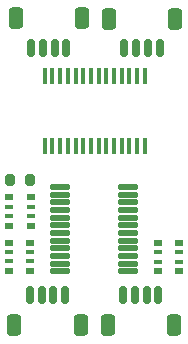
<source format=gbr>
%TF.GenerationSoftware,KiCad,Pcbnew,8.0.2-1*%
%TF.CreationDate,2024-05-29T23:20:37-07:00*%
%TF.ProjectId,mux_driver_v1,6d75785f-6472-4697-9665-725f76312e6b,rev?*%
%TF.SameCoordinates,Original*%
%TF.FileFunction,Paste,Top*%
%TF.FilePolarity,Positive*%
%FSLAX46Y46*%
G04 Gerber Fmt 4.6, Leading zero omitted, Abs format (unit mm)*
G04 Created by KiCad (PCBNEW 8.0.2-1) date 2024-05-29 23:20:37*
%MOMM*%
%LPD*%
G01*
G04 APERTURE LIST*
G04 Aperture macros list*
%AMRoundRect*
0 Rectangle with rounded corners*
0 $1 Rounding radius*
0 $2 $3 $4 $5 $6 $7 $8 $9 X,Y pos of 4 corners*
0 Add a 4 corners polygon primitive as box body*
4,1,4,$2,$3,$4,$5,$6,$7,$8,$9,$2,$3,0*
0 Add four circle primitives for the rounded corners*
1,1,$1+$1,$2,$3*
1,1,$1+$1,$4,$5*
1,1,$1+$1,$6,$7*
1,1,$1+$1,$8,$9*
0 Add four rect primitives between the rounded corners*
20,1,$1+$1,$2,$3,$4,$5,0*
20,1,$1+$1,$4,$5,$6,$7,0*
20,1,$1+$1,$6,$7,$8,$9,0*
20,1,$1+$1,$8,$9,$2,$3,0*%
G04 Aperture macros list end*
%ADD10RoundRect,0.150000X0.150000X0.625000X-0.150000X0.625000X-0.150000X-0.625000X0.150000X-0.625000X0*%
%ADD11RoundRect,0.250000X0.350000X0.650000X-0.350000X0.650000X-0.350000X-0.650000X0.350000X-0.650000X0*%
%ADD12R,0.450000X1.475000*%
%ADD13RoundRect,0.200000X-0.200000X-0.275000X0.200000X-0.275000X0.200000X0.275000X-0.200000X0.275000X0*%
%ADD14R,0.800000X0.500000*%
%ADD15R,0.800000X0.400000*%
%ADD16RoundRect,0.020500X-0.764500X-0.184500X0.764500X-0.184500X0.764500X0.184500X-0.764500X0.184500X0*%
%ADD17RoundRect,0.150000X-0.150000X-0.625000X0.150000X-0.625000X0.150000X0.625000X-0.150000X0.625000X0*%
%ADD18RoundRect,0.250000X-0.350000X-0.650000X0.350000X-0.650000X0.350000X0.650000X-0.350000X0.650000X0*%
G04 APERTURE END LIST*
D10*
%TO.C,J1*%
X160520000Y-97725000D03*
X159520000Y-97725000D03*
X158520000Y-97725000D03*
X157520000Y-97725000D03*
D11*
X161820000Y-100250000D03*
X156220000Y-100250000D03*
%TD*%
D12*
%TO.C,IC1*%
X150905000Y-85058000D03*
X151555000Y-85058000D03*
X152205000Y-85058000D03*
X152855000Y-85058000D03*
X153505000Y-85058000D03*
X154155000Y-85058000D03*
X154805000Y-85058000D03*
X155455000Y-85058000D03*
X156105000Y-85058000D03*
X156755000Y-85058000D03*
X157405000Y-85058000D03*
X158055000Y-85058000D03*
X158705000Y-85058000D03*
X159355000Y-85058000D03*
X159355000Y-79182000D03*
X158705000Y-79182000D03*
X158055000Y-79182000D03*
X157405000Y-79182000D03*
X156755000Y-79182000D03*
X156105000Y-79182000D03*
X155455000Y-79182000D03*
X154805000Y-79182000D03*
X154155000Y-79182000D03*
X153505000Y-79182000D03*
X152855000Y-79182000D03*
X152205000Y-79182000D03*
X151555000Y-79182000D03*
X150905000Y-79182000D03*
%TD*%
D13*
%TO.C,R3*%
X147965000Y-87980000D03*
X149615000Y-87980000D03*
%TD*%
D14*
%TO.C,R1*%
X149700000Y-91840000D03*
D15*
X149700000Y-91040000D03*
X149700000Y-90240000D03*
D14*
X149700000Y-89440000D03*
X147900000Y-89440000D03*
D15*
X147900000Y-90240000D03*
X147900000Y-91040000D03*
D14*
X147900000Y-91840000D03*
%TD*%
D16*
%TO.C,U1*%
X152215000Y-88545000D03*
X152215000Y-89195000D03*
X152215000Y-89845000D03*
X152215000Y-90495000D03*
X152215000Y-91145000D03*
X152215000Y-91795000D03*
X152215000Y-92445000D03*
X152215000Y-93095000D03*
X152215000Y-93745000D03*
X152215000Y-94395000D03*
X152215000Y-95045000D03*
X152215000Y-95695000D03*
X157955000Y-95695000D03*
X157955000Y-95045000D03*
X157955000Y-94395000D03*
X157955000Y-93745000D03*
X157955000Y-93095000D03*
X157955000Y-92445000D03*
X157955000Y-91795000D03*
X157955000Y-91145000D03*
X157955000Y-90495000D03*
X157955000Y-89845000D03*
X157955000Y-89195000D03*
X157955000Y-88545000D03*
%TD*%
D17*
%TO.C,J5*%
X157650000Y-76820000D03*
X158650000Y-76820000D03*
X159650000Y-76820000D03*
X160650000Y-76820000D03*
D18*
X156350000Y-74295000D03*
X161950000Y-74295000D03*
%TD*%
D14*
%TO.C,R4*%
X160450000Y-93300000D03*
D15*
X160450000Y-94100000D03*
X160450000Y-94900000D03*
D14*
X160450000Y-95700000D03*
X162250000Y-95700000D03*
D15*
X162250000Y-94900000D03*
X162250000Y-94100000D03*
D14*
X162250000Y-93300000D03*
%TD*%
D17*
%TO.C,J2*%
X149740000Y-76810000D03*
X150740000Y-76810000D03*
X151740000Y-76810000D03*
X152740000Y-76810000D03*
D18*
X148440000Y-74285000D03*
X154040000Y-74285000D03*
%TD*%
D10*
%TO.C,J3*%
X152630000Y-97730000D03*
X151630000Y-97730000D03*
X150630000Y-97730000D03*
X149630000Y-97730000D03*
D11*
X153930000Y-100255000D03*
X148330000Y-100255000D03*
%TD*%
D14*
%TO.C,R2*%
X149690000Y-95660000D03*
D15*
X149690000Y-94860000D03*
X149690000Y-94060000D03*
D14*
X149690000Y-93260000D03*
X147890000Y-93260000D03*
D15*
X147890000Y-94060000D03*
X147890000Y-94860000D03*
D14*
X147890000Y-95660000D03*
%TD*%
M02*

</source>
